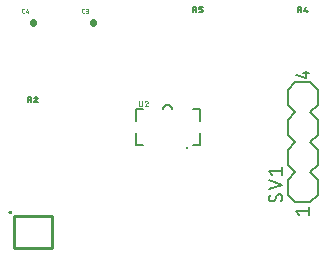
<source format=gbr>
G04 EAGLE Gerber RS-274X export*
G75*
%MOMM*%
%FSLAX34Y34*%
%LPD*%
%INSilkscreen Top*%
%IPPOS*%
%AMOC8*
5,1,8,0,0,1.08239X$1,22.5*%
G01*
%ADD10C,0.558800*%
%ADD11C,0.025400*%
%ADD12C,0.127000*%
%ADD13C,0.152400*%
%ADD14C,0.125000*%
%ADD15C,0.250000*%
%ADD16C,0.282838*%
%ADD17C,0.177800*%
%ADD18C,0.050800*%


D10*
X469900Y559105D02*
X469900Y558495D01*
D11*
X462830Y566547D02*
X461984Y566547D01*
X461929Y566549D01*
X461873Y566554D01*
X461819Y566563D01*
X461765Y566576D01*
X461712Y566592D01*
X461660Y566611D01*
X461609Y566634D01*
X461561Y566660D01*
X461513Y566690D01*
X461468Y566722D01*
X461426Y566757D01*
X461385Y566795D01*
X461347Y566836D01*
X461312Y566878D01*
X461280Y566923D01*
X461250Y566971D01*
X461224Y567019D01*
X461201Y567070D01*
X461182Y567122D01*
X461166Y567175D01*
X461153Y567229D01*
X461144Y567283D01*
X461139Y567339D01*
X461137Y567394D01*
X461137Y569510D01*
X461139Y569568D01*
X461145Y569625D01*
X461155Y569682D01*
X461168Y569739D01*
X461186Y569794D01*
X461207Y569847D01*
X461232Y569900D01*
X461260Y569950D01*
X461292Y569998D01*
X461327Y570045D01*
X461365Y570088D01*
X461406Y570129D01*
X461449Y570167D01*
X461496Y570202D01*
X461544Y570234D01*
X461594Y570262D01*
X461647Y570287D01*
X461700Y570308D01*
X461755Y570326D01*
X461812Y570339D01*
X461869Y570349D01*
X461926Y570355D01*
X461984Y570357D01*
X462830Y570357D01*
X464194Y566547D02*
X465253Y566547D01*
X465317Y566549D01*
X465381Y566555D01*
X465444Y566564D01*
X465506Y566578D01*
X465568Y566595D01*
X465628Y566616D01*
X465687Y566640D01*
X465745Y566668D01*
X465800Y566700D01*
X465854Y566734D01*
X465905Y566772D01*
X465955Y566813D01*
X466001Y566857D01*
X466045Y566903D01*
X466086Y566953D01*
X466124Y567004D01*
X466158Y567058D01*
X466190Y567113D01*
X466218Y567171D01*
X466242Y567230D01*
X466263Y567290D01*
X466280Y567352D01*
X466294Y567414D01*
X466303Y567477D01*
X466309Y567541D01*
X466311Y567605D01*
X466309Y567669D01*
X466303Y567733D01*
X466294Y567796D01*
X466280Y567858D01*
X466263Y567920D01*
X466242Y567980D01*
X466218Y568039D01*
X466190Y568097D01*
X466158Y568152D01*
X466124Y568206D01*
X466086Y568257D01*
X466045Y568307D01*
X466001Y568353D01*
X465955Y568397D01*
X465905Y568438D01*
X465854Y568476D01*
X465800Y568510D01*
X465745Y568542D01*
X465687Y568570D01*
X465628Y568594D01*
X465568Y568615D01*
X465506Y568632D01*
X465444Y568646D01*
X465381Y568655D01*
X465317Y568661D01*
X465253Y568663D01*
X465464Y570357D02*
X464194Y570357D01*
X465464Y570357D02*
X465521Y570355D01*
X465577Y570349D01*
X465633Y570340D01*
X465688Y570327D01*
X465742Y570310D01*
X465795Y570290D01*
X465846Y570266D01*
X465896Y570239D01*
X465943Y570208D01*
X465989Y570175D01*
X466032Y570138D01*
X466073Y570099D01*
X466111Y570057D01*
X466146Y570012D01*
X466178Y569966D01*
X466207Y569917D01*
X466232Y569867D01*
X466254Y569814D01*
X466273Y569761D01*
X466288Y569706D01*
X466299Y569651D01*
X466307Y569595D01*
X466311Y569538D01*
X466311Y569482D01*
X466307Y569425D01*
X466299Y569369D01*
X466288Y569314D01*
X466273Y569259D01*
X466254Y569206D01*
X466232Y569153D01*
X466207Y569103D01*
X466178Y569054D01*
X466146Y569008D01*
X466111Y568963D01*
X466073Y568921D01*
X466032Y568882D01*
X465989Y568845D01*
X465943Y568812D01*
X465896Y568781D01*
X465846Y568754D01*
X465795Y568730D01*
X465742Y568710D01*
X465688Y568693D01*
X465633Y568680D01*
X465577Y568671D01*
X465521Y568665D01*
X465464Y568663D01*
X465464Y568664D02*
X464618Y568664D01*
D10*
X419100Y559105D02*
X419100Y558495D01*
D11*
X412030Y566547D02*
X411184Y566547D01*
X411129Y566549D01*
X411073Y566554D01*
X411019Y566563D01*
X410965Y566576D01*
X410912Y566592D01*
X410860Y566611D01*
X410809Y566634D01*
X410761Y566660D01*
X410713Y566690D01*
X410668Y566722D01*
X410626Y566757D01*
X410585Y566795D01*
X410547Y566836D01*
X410512Y566878D01*
X410480Y566923D01*
X410450Y566971D01*
X410424Y567019D01*
X410401Y567070D01*
X410382Y567122D01*
X410366Y567175D01*
X410353Y567229D01*
X410344Y567283D01*
X410339Y567339D01*
X410337Y567394D01*
X410337Y569510D01*
X410339Y569568D01*
X410345Y569625D01*
X410355Y569682D01*
X410368Y569739D01*
X410386Y569794D01*
X410407Y569847D01*
X410432Y569900D01*
X410460Y569950D01*
X410492Y569998D01*
X410527Y570045D01*
X410565Y570088D01*
X410606Y570129D01*
X410649Y570167D01*
X410696Y570202D01*
X410744Y570234D01*
X410794Y570262D01*
X410847Y570287D01*
X410900Y570308D01*
X410955Y570326D01*
X411012Y570339D01*
X411069Y570349D01*
X411126Y570355D01*
X411184Y570357D01*
X412030Y570357D01*
X414241Y570357D02*
X413394Y567394D01*
X415511Y567394D01*
X414876Y568240D02*
X414876Y566547D01*
D12*
X415048Y495681D02*
X415048Y490855D01*
X415048Y495681D02*
X416389Y495681D01*
X416460Y495679D01*
X416532Y495673D01*
X416602Y495664D01*
X416672Y495651D01*
X416742Y495634D01*
X416810Y495613D01*
X416877Y495589D01*
X416943Y495561D01*
X417007Y495530D01*
X417070Y495495D01*
X417130Y495457D01*
X417189Y495416D01*
X417245Y495372D01*
X417299Y495325D01*
X417350Y495276D01*
X417398Y495223D01*
X417444Y495168D01*
X417486Y495111D01*
X417526Y495051D01*
X417562Y494990D01*
X417595Y494926D01*
X417624Y494861D01*
X417650Y494795D01*
X417673Y494727D01*
X417692Y494658D01*
X417707Y494588D01*
X417718Y494518D01*
X417726Y494447D01*
X417730Y494376D01*
X417730Y494304D01*
X417726Y494233D01*
X417718Y494162D01*
X417707Y494092D01*
X417692Y494022D01*
X417673Y493953D01*
X417650Y493885D01*
X417624Y493819D01*
X417595Y493754D01*
X417562Y493690D01*
X417526Y493629D01*
X417486Y493569D01*
X417444Y493512D01*
X417398Y493457D01*
X417350Y493404D01*
X417299Y493355D01*
X417245Y493308D01*
X417189Y493264D01*
X417130Y493223D01*
X417070Y493185D01*
X417007Y493150D01*
X416943Y493119D01*
X416877Y493091D01*
X416810Y493067D01*
X416742Y493046D01*
X416672Y493029D01*
X416602Y493016D01*
X416532Y493007D01*
X416460Y493001D01*
X416389Y492999D01*
X416389Y493000D02*
X415048Y493000D01*
X416657Y493000D02*
X417729Y490855D01*
X421945Y495681D02*
X422013Y495679D01*
X422080Y495673D01*
X422147Y495664D01*
X422214Y495651D01*
X422279Y495634D01*
X422344Y495613D01*
X422407Y495589D01*
X422469Y495561D01*
X422529Y495530D01*
X422587Y495496D01*
X422643Y495458D01*
X422698Y495418D01*
X422749Y495374D01*
X422798Y495327D01*
X422845Y495278D01*
X422889Y495227D01*
X422929Y495172D01*
X422967Y495116D01*
X423001Y495058D01*
X423032Y494998D01*
X423060Y494936D01*
X423084Y494873D01*
X423105Y494808D01*
X423122Y494743D01*
X423135Y494676D01*
X423144Y494609D01*
X423150Y494542D01*
X423152Y494474D01*
X421945Y495681D02*
X421867Y495679D01*
X421789Y495673D01*
X421712Y495663D01*
X421635Y495650D01*
X421559Y495632D01*
X421484Y495611D01*
X421410Y495586D01*
X421338Y495557D01*
X421267Y495525D01*
X421198Y495489D01*
X421130Y495450D01*
X421065Y495407D01*
X421002Y495361D01*
X420941Y495312D01*
X420883Y495260D01*
X420828Y495205D01*
X420775Y495148D01*
X420726Y495088D01*
X420679Y495025D01*
X420636Y494961D01*
X420596Y494894D01*
X420559Y494825D01*
X420526Y494754D01*
X420496Y494682D01*
X420470Y494609D01*
X422750Y493536D02*
X422799Y493585D01*
X422846Y493637D01*
X422889Y493692D01*
X422930Y493749D01*
X422968Y493808D01*
X423002Y493869D01*
X423033Y493932D01*
X423061Y493996D01*
X423085Y494062D01*
X423105Y494128D01*
X423122Y494196D01*
X423135Y494265D01*
X423144Y494334D01*
X423150Y494404D01*
X423152Y494474D01*
X422750Y493536D02*
X420471Y490855D01*
X423152Y490855D01*
X643648Y567055D02*
X643648Y571881D01*
X644989Y571881D01*
X645060Y571879D01*
X645132Y571873D01*
X645202Y571864D01*
X645272Y571851D01*
X645342Y571834D01*
X645410Y571813D01*
X645477Y571789D01*
X645543Y571761D01*
X645607Y571730D01*
X645670Y571695D01*
X645730Y571657D01*
X645789Y571616D01*
X645845Y571572D01*
X645899Y571525D01*
X645950Y571476D01*
X645998Y571423D01*
X646044Y571368D01*
X646086Y571311D01*
X646126Y571251D01*
X646162Y571190D01*
X646195Y571126D01*
X646224Y571061D01*
X646250Y570995D01*
X646273Y570927D01*
X646292Y570858D01*
X646307Y570788D01*
X646318Y570718D01*
X646326Y570647D01*
X646330Y570576D01*
X646330Y570504D01*
X646326Y570433D01*
X646318Y570362D01*
X646307Y570292D01*
X646292Y570222D01*
X646273Y570153D01*
X646250Y570085D01*
X646224Y570019D01*
X646195Y569954D01*
X646162Y569890D01*
X646126Y569829D01*
X646086Y569769D01*
X646044Y569712D01*
X645998Y569657D01*
X645950Y569604D01*
X645899Y569555D01*
X645845Y569508D01*
X645789Y569464D01*
X645730Y569423D01*
X645670Y569385D01*
X645607Y569350D01*
X645543Y569319D01*
X645477Y569291D01*
X645410Y569267D01*
X645342Y569246D01*
X645272Y569229D01*
X645202Y569216D01*
X645132Y569207D01*
X645060Y569201D01*
X644989Y569199D01*
X644989Y569200D02*
X643648Y569200D01*
X645257Y569200D02*
X646329Y567055D01*
X649071Y568127D02*
X650143Y571881D01*
X649071Y568127D02*
X651752Y568127D01*
X650948Y569200D02*
X650948Y567055D01*
X554748Y567055D02*
X554748Y571881D01*
X556089Y571881D01*
X556160Y571879D01*
X556232Y571873D01*
X556302Y571864D01*
X556372Y571851D01*
X556442Y571834D01*
X556510Y571813D01*
X556577Y571789D01*
X556643Y571761D01*
X556707Y571730D01*
X556770Y571695D01*
X556830Y571657D01*
X556889Y571616D01*
X556945Y571572D01*
X556999Y571525D01*
X557050Y571476D01*
X557098Y571423D01*
X557144Y571368D01*
X557186Y571311D01*
X557226Y571251D01*
X557262Y571190D01*
X557295Y571126D01*
X557324Y571061D01*
X557350Y570995D01*
X557373Y570927D01*
X557392Y570858D01*
X557407Y570788D01*
X557418Y570718D01*
X557426Y570647D01*
X557430Y570576D01*
X557430Y570504D01*
X557426Y570433D01*
X557418Y570362D01*
X557407Y570292D01*
X557392Y570222D01*
X557373Y570153D01*
X557350Y570085D01*
X557324Y570019D01*
X557295Y569954D01*
X557262Y569890D01*
X557226Y569829D01*
X557186Y569769D01*
X557144Y569712D01*
X557098Y569657D01*
X557050Y569604D01*
X556999Y569555D01*
X556945Y569508D01*
X556889Y569464D01*
X556830Y569423D01*
X556770Y569385D01*
X556707Y569350D01*
X556643Y569319D01*
X556577Y569291D01*
X556510Y569267D01*
X556442Y569246D01*
X556372Y569229D01*
X556302Y569216D01*
X556232Y569207D01*
X556160Y569201D01*
X556089Y569199D01*
X556089Y569200D02*
X554748Y569200D01*
X556357Y569200D02*
X557429Y567055D01*
X560171Y567055D02*
X561779Y567055D01*
X561844Y567057D01*
X561908Y567063D01*
X561972Y567073D01*
X562036Y567086D01*
X562098Y567104D01*
X562159Y567125D01*
X562219Y567149D01*
X562277Y567178D01*
X562334Y567210D01*
X562388Y567245D01*
X562440Y567283D01*
X562490Y567325D01*
X562537Y567369D01*
X562581Y567416D01*
X562623Y567466D01*
X562661Y567518D01*
X562696Y567572D01*
X562728Y567629D01*
X562757Y567687D01*
X562781Y567747D01*
X562802Y567808D01*
X562820Y567870D01*
X562833Y567934D01*
X562843Y567998D01*
X562849Y568062D01*
X562851Y568127D01*
X562852Y568127D02*
X562852Y568664D01*
X562851Y568664D02*
X562849Y568729D01*
X562843Y568793D01*
X562833Y568857D01*
X562820Y568921D01*
X562802Y568983D01*
X562781Y569044D01*
X562757Y569104D01*
X562728Y569162D01*
X562696Y569219D01*
X562661Y569273D01*
X562623Y569325D01*
X562581Y569375D01*
X562537Y569422D01*
X562490Y569466D01*
X562440Y569508D01*
X562388Y569546D01*
X562334Y569581D01*
X562277Y569613D01*
X562219Y569642D01*
X562159Y569666D01*
X562098Y569687D01*
X562036Y569705D01*
X561972Y569718D01*
X561908Y569728D01*
X561844Y569734D01*
X561779Y569736D01*
X560171Y569736D01*
X560171Y571881D01*
X562852Y571881D01*
D13*
X635000Y425450D02*
X635000Y412750D01*
X635000Y425450D02*
X641350Y431800D01*
X654050Y431800D02*
X660400Y425450D01*
X641350Y431800D02*
X635000Y438150D01*
X635000Y450850D01*
X641350Y457200D01*
X654050Y457200D02*
X660400Y450850D01*
X660400Y438150D01*
X654050Y431800D01*
X654050Y406400D02*
X641350Y406400D01*
X635000Y412750D01*
X654050Y406400D02*
X660400Y412750D01*
X660400Y425450D01*
X641350Y457200D02*
X635000Y463550D01*
X635000Y476250D01*
X641350Y482600D01*
X654050Y482600D02*
X660400Y476250D01*
X660400Y463550D01*
X654050Y457200D01*
X635000Y488950D02*
X635000Y501650D01*
X641350Y508000D01*
X654050Y508000D01*
X660400Y501650D01*
X641350Y482600D02*
X635000Y488950D01*
X654050Y482600D02*
X660400Y488950D01*
X660400Y501650D01*
D12*
X641985Y398780D02*
X644525Y395605D01*
X641985Y398780D02*
X653415Y398780D01*
X653415Y395605D02*
X653415Y401955D01*
X650875Y511175D02*
X641985Y513715D01*
X650875Y511175D02*
X650875Y517525D01*
X648335Y515620D02*
X653415Y515620D01*
X628015Y413385D02*
X628115Y413383D01*
X628214Y413377D01*
X628314Y413367D01*
X628412Y413354D01*
X628511Y413336D01*
X628608Y413315D01*
X628704Y413290D01*
X628800Y413261D01*
X628894Y413228D01*
X628987Y413192D01*
X629078Y413152D01*
X629168Y413108D01*
X629256Y413061D01*
X629342Y413011D01*
X629426Y412957D01*
X629508Y412900D01*
X629587Y412840D01*
X629665Y412776D01*
X629739Y412710D01*
X629811Y412641D01*
X629880Y412569D01*
X629946Y412495D01*
X630010Y412417D01*
X630070Y412338D01*
X630127Y412256D01*
X630181Y412172D01*
X630231Y412086D01*
X630278Y411998D01*
X630322Y411908D01*
X630362Y411817D01*
X630398Y411724D01*
X630431Y411630D01*
X630460Y411534D01*
X630485Y411438D01*
X630506Y411341D01*
X630524Y411242D01*
X630537Y411144D01*
X630547Y411044D01*
X630553Y410945D01*
X630555Y410845D01*
X630553Y410704D01*
X630548Y410563D01*
X630538Y410422D01*
X630525Y410281D01*
X630509Y410141D01*
X630488Y410001D01*
X630464Y409862D01*
X630436Y409723D01*
X630405Y409586D01*
X630370Y409449D01*
X630332Y409313D01*
X630290Y409178D01*
X630244Y409045D01*
X630195Y408912D01*
X630142Y408781D01*
X630086Y408652D01*
X630027Y408523D01*
X629964Y408397D01*
X629898Y408272D01*
X629829Y408149D01*
X629756Y408028D01*
X629680Y407909D01*
X629601Y407791D01*
X629520Y407676D01*
X629435Y407564D01*
X629347Y407453D01*
X629256Y407345D01*
X629163Y407239D01*
X629066Y407136D01*
X628967Y407035D01*
X621665Y407353D02*
X621565Y407355D01*
X621466Y407361D01*
X621366Y407371D01*
X621268Y407384D01*
X621169Y407402D01*
X621072Y407423D01*
X620976Y407448D01*
X620880Y407477D01*
X620786Y407510D01*
X620693Y407546D01*
X620602Y407586D01*
X620512Y407630D01*
X620424Y407677D01*
X620338Y407727D01*
X620254Y407781D01*
X620172Y407838D01*
X620093Y407898D01*
X620015Y407962D01*
X619941Y408028D01*
X619869Y408097D01*
X619800Y408169D01*
X619734Y408243D01*
X619670Y408321D01*
X619610Y408400D01*
X619553Y408482D01*
X619499Y408566D01*
X619449Y408652D01*
X619402Y408740D01*
X619358Y408830D01*
X619318Y408921D01*
X619282Y409014D01*
X619249Y409108D01*
X619220Y409204D01*
X619195Y409300D01*
X619174Y409397D01*
X619156Y409496D01*
X619143Y409594D01*
X619133Y409694D01*
X619127Y409793D01*
X619125Y409893D01*
X619127Y410026D01*
X619132Y410159D01*
X619142Y410292D01*
X619155Y410425D01*
X619172Y410557D01*
X619192Y410689D01*
X619216Y410820D01*
X619244Y410950D01*
X619275Y411080D01*
X619310Y411208D01*
X619349Y411336D01*
X619391Y411462D01*
X619437Y411587D01*
X619486Y411711D01*
X619538Y411834D01*
X619594Y411955D01*
X619654Y412074D01*
X619716Y412192D01*
X619782Y412307D01*
X619851Y412421D01*
X619924Y412533D01*
X619999Y412643D01*
X620078Y412751D01*
X623888Y408622D02*
X623836Y408538D01*
X623781Y408455D01*
X623722Y408375D01*
X623661Y408297D01*
X623597Y408222D01*
X623529Y408149D01*
X623459Y408078D01*
X623387Y408011D01*
X623312Y407946D01*
X623234Y407884D01*
X623154Y407825D01*
X623072Y407769D01*
X622988Y407717D01*
X622902Y407668D01*
X622814Y407622D01*
X622724Y407579D01*
X622633Y407540D01*
X622540Y407505D01*
X622446Y407473D01*
X622351Y407445D01*
X622255Y407420D01*
X622158Y407400D01*
X622060Y407382D01*
X621962Y407369D01*
X621863Y407360D01*
X621764Y407354D01*
X621665Y407352D01*
X625792Y412115D02*
X625844Y412199D01*
X625899Y412282D01*
X625958Y412362D01*
X626019Y412440D01*
X626083Y412515D01*
X626151Y412588D01*
X626221Y412659D01*
X626293Y412726D01*
X626368Y412791D01*
X626446Y412853D01*
X626526Y412912D01*
X626608Y412968D01*
X626692Y413020D01*
X626778Y413069D01*
X626866Y413115D01*
X626956Y413158D01*
X627047Y413197D01*
X627140Y413232D01*
X627234Y413264D01*
X627329Y413292D01*
X627425Y413317D01*
X627522Y413337D01*
X627620Y413355D01*
X627718Y413368D01*
X627817Y413377D01*
X627916Y413383D01*
X628015Y413385D01*
X625793Y412115D02*
X623888Y408623D01*
X619125Y417449D02*
X630555Y421259D01*
X619125Y425069D01*
X621665Y429514D02*
X619125Y432689D01*
X630555Y432689D01*
X630555Y429514D02*
X630555Y435864D01*
D14*
X398600Y398000D02*
X398602Y398063D01*
X398608Y398125D01*
X398618Y398187D01*
X398631Y398249D01*
X398649Y398309D01*
X398670Y398368D01*
X398695Y398426D01*
X398724Y398482D01*
X398756Y398536D01*
X398791Y398588D01*
X398829Y398637D01*
X398871Y398685D01*
X398915Y398729D01*
X398963Y398771D01*
X399012Y398809D01*
X399064Y398844D01*
X399118Y398876D01*
X399174Y398905D01*
X399232Y398930D01*
X399291Y398951D01*
X399351Y398969D01*
X399413Y398982D01*
X399475Y398992D01*
X399537Y398998D01*
X399600Y399000D01*
X399663Y398998D01*
X399725Y398992D01*
X399787Y398982D01*
X399849Y398969D01*
X399909Y398951D01*
X399968Y398930D01*
X400026Y398905D01*
X400082Y398876D01*
X400136Y398844D01*
X400188Y398809D01*
X400237Y398771D01*
X400285Y398729D01*
X400329Y398685D01*
X400371Y398637D01*
X400409Y398588D01*
X400444Y398536D01*
X400476Y398482D01*
X400505Y398426D01*
X400530Y398368D01*
X400551Y398309D01*
X400569Y398249D01*
X400582Y398187D01*
X400592Y398125D01*
X400598Y398063D01*
X400600Y398000D01*
X400598Y397937D01*
X400592Y397875D01*
X400582Y397813D01*
X400569Y397751D01*
X400551Y397691D01*
X400530Y397632D01*
X400505Y397574D01*
X400476Y397518D01*
X400444Y397464D01*
X400409Y397412D01*
X400371Y397363D01*
X400329Y397315D01*
X400285Y397271D01*
X400237Y397229D01*
X400188Y397191D01*
X400136Y397156D01*
X400082Y397124D01*
X400026Y397095D01*
X399968Y397070D01*
X399909Y397049D01*
X399849Y397031D01*
X399787Y397018D01*
X399725Y397008D01*
X399663Y397002D01*
X399600Y397000D01*
X399537Y397002D01*
X399475Y397008D01*
X399413Y397018D01*
X399351Y397031D01*
X399291Y397049D01*
X399232Y397070D01*
X399174Y397095D01*
X399118Y397124D01*
X399064Y397156D01*
X399012Y397191D01*
X398963Y397229D01*
X398915Y397271D01*
X398871Y397315D01*
X398829Y397363D01*
X398791Y397412D01*
X398756Y397464D01*
X398724Y397518D01*
X398695Y397574D01*
X398670Y397632D01*
X398649Y397691D01*
X398631Y397751D01*
X398618Y397813D01*
X398608Y397875D01*
X398602Y397937D01*
X398600Y398000D01*
D15*
X402850Y394750D02*
X435350Y394750D01*
X435350Y367250D01*
X402850Y367250D01*
X402850Y394750D01*
X399850Y398000D02*
X399350Y398000D01*
D16*
X549400Y451900D03*
D17*
X554400Y484900D02*
X560400Y484900D01*
X560400Y474900D01*
X560400Y464900D02*
X560400Y454900D01*
X554400Y454900D01*
X512400Y454900D02*
X506400Y454900D01*
X506400Y464900D01*
X506400Y474900D02*
X506400Y484900D01*
X512400Y484900D01*
D12*
X529400Y484900D02*
X529402Y485026D01*
X529408Y485151D01*
X529418Y485276D01*
X529432Y485401D01*
X529449Y485526D01*
X529471Y485650D01*
X529496Y485773D01*
X529526Y485895D01*
X529559Y486016D01*
X529596Y486136D01*
X529636Y486255D01*
X529681Y486372D01*
X529729Y486489D01*
X529781Y486603D01*
X529836Y486716D01*
X529895Y486827D01*
X529957Y486936D01*
X530023Y487043D01*
X530092Y487148D01*
X530164Y487251D01*
X530239Y487352D01*
X530318Y487450D01*
X530400Y487545D01*
X530484Y487638D01*
X530572Y487728D01*
X530662Y487816D01*
X530755Y487900D01*
X530850Y487982D01*
X530948Y488061D01*
X531049Y488136D01*
X531152Y488208D01*
X531257Y488277D01*
X531364Y488343D01*
X531473Y488405D01*
X531584Y488464D01*
X531697Y488519D01*
X531811Y488571D01*
X531928Y488619D01*
X532045Y488664D01*
X532164Y488704D01*
X532284Y488741D01*
X532405Y488774D01*
X532527Y488804D01*
X532650Y488829D01*
X532774Y488851D01*
X532899Y488868D01*
X533024Y488882D01*
X533149Y488892D01*
X533274Y488898D01*
X533400Y488900D01*
X533526Y488898D01*
X533651Y488892D01*
X533776Y488882D01*
X533901Y488868D01*
X534026Y488851D01*
X534150Y488829D01*
X534273Y488804D01*
X534395Y488774D01*
X534516Y488741D01*
X534636Y488704D01*
X534755Y488664D01*
X534872Y488619D01*
X534989Y488571D01*
X535103Y488519D01*
X535216Y488464D01*
X535327Y488405D01*
X535436Y488343D01*
X535543Y488277D01*
X535648Y488208D01*
X535751Y488136D01*
X535852Y488061D01*
X535950Y487982D01*
X536045Y487900D01*
X536138Y487816D01*
X536228Y487728D01*
X536316Y487638D01*
X536400Y487545D01*
X536482Y487450D01*
X536561Y487352D01*
X536636Y487251D01*
X536708Y487148D01*
X536777Y487043D01*
X536843Y486936D01*
X536905Y486827D01*
X536964Y486716D01*
X537019Y486603D01*
X537071Y486489D01*
X537119Y486372D01*
X537164Y486255D01*
X537204Y486136D01*
X537241Y486016D01*
X537274Y485895D01*
X537304Y485773D01*
X537329Y485650D01*
X537351Y485526D01*
X537368Y485401D01*
X537382Y485276D01*
X537392Y485151D01*
X537398Y485026D01*
X537400Y484900D01*
D18*
X509154Y488924D02*
X509154Y492226D01*
X509154Y488924D02*
X509156Y488854D01*
X509162Y488784D01*
X509171Y488715D01*
X509185Y488646D01*
X509202Y488578D01*
X509223Y488512D01*
X509247Y488446D01*
X509275Y488382D01*
X509307Y488320D01*
X509342Y488259D01*
X509380Y488200D01*
X509422Y488144D01*
X509466Y488090D01*
X509514Y488038D01*
X509564Y487990D01*
X509617Y487944D01*
X509672Y487901D01*
X509729Y487861D01*
X509789Y487824D01*
X509851Y487791D01*
X509914Y487761D01*
X509979Y487735D01*
X510045Y487712D01*
X510112Y487693D01*
X510181Y487678D01*
X510250Y487666D01*
X510319Y487658D01*
X510389Y487654D01*
X510459Y487654D01*
X510529Y487658D01*
X510598Y487666D01*
X510667Y487678D01*
X510736Y487693D01*
X510803Y487712D01*
X510869Y487735D01*
X510934Y487761D01*
X510997Y487791D01*
X511059Y487824D01*
X511119Y487861D01*
X511176Y487901D01*
X511231Y487944D01*
X511284Y487990D01*
X511334Y488038D01*
X511382Y488090D01*
X511426Y488144D01*
X511468Y488200D01*
X511506Y488259D01*
X511541Y488320D01*
X511573Y488382D01*
X511601Y488446D01*
X511625Y488512D01*
X511646Y488578D01*
X511663Y488646D01*
X511677Y488715D01*
X511686Y488784D01*
X511692Y488854D01*
X511694Y488924D01*
X511694Y492226D01*
X515275Y492226D02*
X515341Y492224D01*
X515408Y492218D01*
X515473Y492209D01*
X515539Y492195D01*
X515603Y492178D01*
X515666Y492157D01*
X515728Y492133D01*
X515788Y492104D01*
X515847Y492073D01*
X515903Y492038D01*
X515958Y492000D01*
X516010Y491959D01*
X516059Y491914D01*
X516106Y491867D01*
X516151Y491818D01*
X516192Y491766D01*
X516230Y491711D01*
X516265Y491655D01*
X516296Y491596D01*
X516325Y491536D01*
X516349Y491474D01*
X516370Y491411D01*
X516387Y491347D01*
X516401Y491281D01*
X516410Y491216D01*
X516416Y491149D01*
X516418Y491083D01*
X515275Y492226D02*
X515201Y492224D01*
X515128Y492219D01*
X515054Y492209D01*
X514982Y492196D01*
X514910Y492180D01*
X514839Y492160D01*
X514769Y492136D01*
X514700Y492109D01*
X514633Y492078D01*
X514567Y492044D01*
X514504Y492007D01*
X514442Y491967D01*
X514382Y491923D01*
X514325Y491877D01*
X514269Y491828D01*
X514217Y491776D01*
X514167Y491721D01*
X514120Y491664D01*
X514076Y491605D01*
X514035Y491544D01*
X513997Y491480D01*
X513962Y491415D01*
X513931Y491348D01*
X513903Y491280D01*
X513878Y491210D01*
X516038Y490194D02*
X516085Y490241D01*
X516129Y490290D01*
X516170Y490342D01*
X516209Y490396D01*
X516244Y490452D01*
X516277Y490510D01*
X516306Y490569D01*
X516332Y490630D01*
X516355Y490692D01*
X516375Y490756D01*
X516390Y490820D01*
X516403Y490885D01*
X516412Y490951D01*
X516417Y491017D01*
X516419Y491083D01*
X516037Y490194D02*
X513878Y487654D01*
X516418Y487654D01*
M02*

</source>
